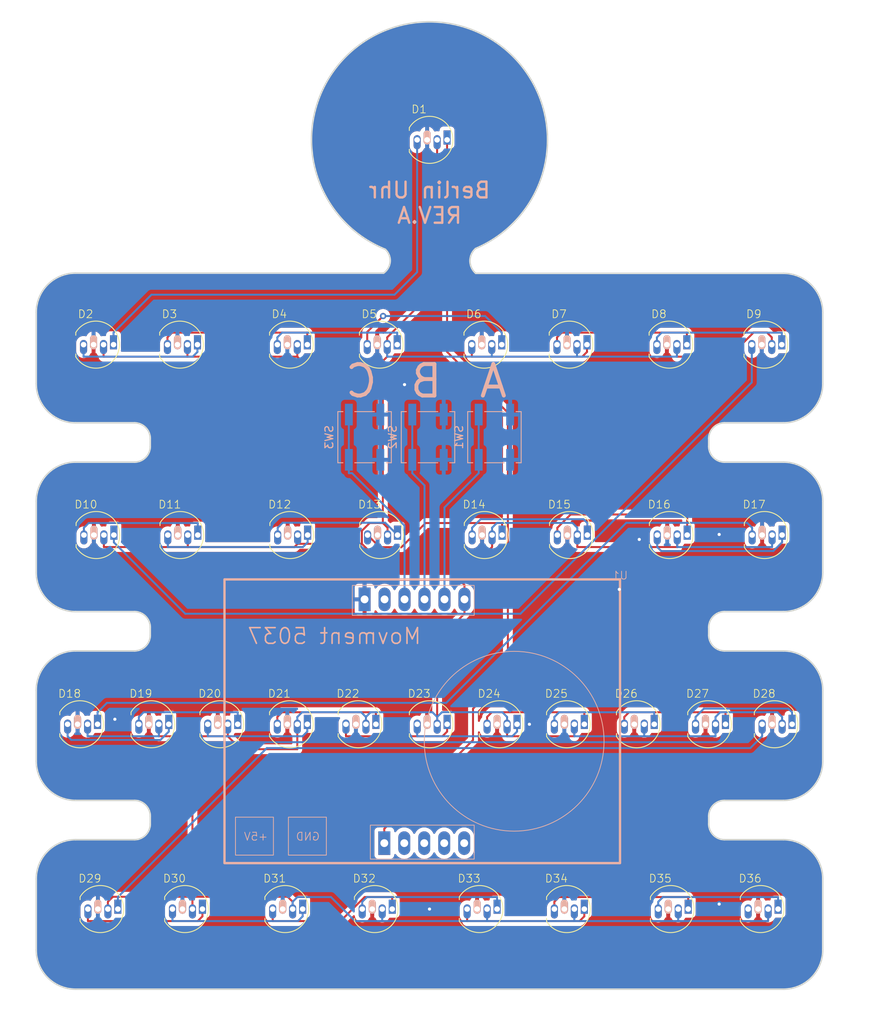
<source format=kicad_pcb>
(kicad_pcb (version 20221018) (generator pcbnew)
  (layers (0 "F.Cu" signal) (31 "B.Cu" signal) (34 "B.Paste" user) (35 "F.Paste" user) (36 "B.SilkS" user "B.Silkscreen") (37 "F.SilkS" user "F.Silkscreen") (38 "B.Mask" user) (39 "F.Mask" user) (44 "Edge.Cuts" user))
  (net 0 "")
  (net 1 "+5V")
  (net 2 "GND")
  (net 3 "Net-(D1-DOut)")
  (net 4 "/LEDD")
  (net 5 "Net-(D2-DOut)")
  (net 6 "Net-(D3-DOut)")
  (net 7 "Net-(D4-DOut)")
  (net 8 "Net-(D5-DOut)")
  (net 9 "Net-(D10-DIn)")
  (net 10 "Net-(D10-DOut)")
  (net 11 "Net-(D11-DOut)")
  (net 12 "Net-(D12-DOut)")
  (net 13 "Net-(D13-DOut)")
  (net 14 "Net-(D15-DOut)")
  (net 15 "Net-(D16-DOut)")
  (net 16 "Net-(D17-DOut)")
  (net 17 "Net-(D18-DOut)")
  (net 18 "Net-(D20-DOut)")
  (net 19 "Net-(D21-DOut)")
  (net 20 "Net-(D22-DOut)")
  (net 21 "Net-(D23-DOut)")
  (net 22 "Net-(D6-DOut)")
  (net 23 "Net-(D7-DOut)")
  (net 24 "Net-(D8-DOut)")
  (net 25 "Net-(D14-DOut)")
  (net 26 "Net-(D19-DOut)")
  (net 30 "Net-(D24-DOut)")
  (net 31 "Net-(D25-DOut)")
  (net 32 "Net-(D27-DOut)")
  (net 33 "Net-(D28-DOut)")
  (net 34 "Net-(D29-DOut)")
  (net 35 "Net-(D30-DOut)")
  (net 36 "Net-(D31-DOut)")
  (net 37 "Net-(D32-DOut)")
  (net 38 "Net-(D33-DOut)")
  (net 39 "Net-(D34-DOut)")
  (net 40 "Net-(D35-DOut)")
  (net 41 "Net-(U1-BTNA)")
  (net 42 "Net-(U1-BTNB)")
  (net 43 "Net-(U1-BTNC)")
  (net 46 "Net-(D26-DOut)")
  (footprint "TokeiDigital:WS2812-5MM" (layer "F.Cu") (at 134.747 92.075)
    (fp_text reference "D10")
    (fp_text value "~" hide)
  )
  (footprint "TokeiDigital:WS2812-5MM" (layer "F.Cu") (at 219.6677 67.87)
    (fp_text reference "D9")
    (fp_text value "~" hide)
  )
  (footprint "TokeiDigital:WS2812-5MM" (layer "F.Cu") (at 170.815 92.075)
    (fp_text reference "D13")
    (fp_text value "~" hide)
  )
  (footprint "TokeiDigital:WS2812-5MM" (layer "F.Cu") (at 150.495 116.13)
    (fp_text reference "D20")
    (fp_text value "~" hide)
  )
  (footprint "TokeiDigital:WS2812-5MM" (layer "F.Cu") (at 159.385 92.075)
    (fp_text reference "D12")
    (fp_text value "~" hide)
  )
  (footprint "TokeiDigital:WS2812-5MM" (layer "F.Cu") (at 194.945 92.075)
    (fp_text reference "D15")
    (fp_text value "~" hide)
  )
  (footprint "TokeiDigital:WS2812-5MM" (layer "F.Cu") (at 184.0653 67.87)
    (fp_text reference "D6")
    (fp_text value "~" hide)
  )
  (footprint "TokeiDigital:WS2812-5MM" (layer "F.Cu") (at 132.6727 116.13)
    (fp_text reference "D18")
    (fp_text value "~" hide)
  )
  (footprint "TokeiDigital:WS2812-5MM" (layer "F.Cu") (at 141.732 116.13)
    (fp_text reference "D19")
    (fp_text value "~" hide)
  )
  (footprint "TokeiDigital:WS2812-5MM" (layer "F.Cu") (at 158.75 139.625)
    (fp_text reference "D31")
    (fp_text value "~" hide)
  )
  (footprint "TokeiDigital:WS2812-5MM" (layer "F.Cu") (at 170.1377 139.625)
    (fp_text reference "D32")
    (fp_text value "~" hide)
  )
  (footprint "TokeiDigital:WS2812-5MM" (layer "F.Cu") (at 207.772 139.625)
    (fp_text reference "D35")
    (fp_text value "~" hide)
  )
  (footprint "TokeiDigital:WS2812-5MM" (layer "F.Cu") (at 177.1227 116.13)
    (fp_text reference "D23")
    (fp_text value "~" hide)
  )
  (footprint "TokeiDigital:WS2812-5MM" (layer "F.Cu") (at 194.564 116.13)
    (fp_text reference "D25")
    (fp_text value "~" hide)
  )
  (footprint "TokeiDigital:WS2812-5MM" (layer "F.Cu") (at 186.0127 116.13)
    (fp_text reference "D24")
    (fp_text value "~" hide)
  )
  (footprint "TokeiDigital:WS2812-5MM" (layer "F.Cu") (at 219.202 139.625)
    (fp_text reference "D36")
    (fp_text value "~" hide)
  )
  (footprint "TokeiDigital:WS2812-5MM" (layer "F.Cu") (at 212.5133 116.13)
    (fp_text reference "D27")
    (fp_text value "~" hide)
  )
  (footprint "TokeiDigital:WS2812-5MM" (layer "F.Cu") (at 159.3427 116.13)
    (fp_text reference "D21")
    (fp_text value "~" hide)
  )
  (footprint "TokeiDigital:WS2812-5MM" (layer "F.Cu") (at 184.1077 92.075)
    (fp_text reference "D14")
    (fp_text value "~" hide)
  )
  (footprint "TokeiDigital:WS2812-5MM" (layer "F.Cu") (at 145.3727 67.87)
    (fp_text reference "D3")
    (fp_text value "~" hide)
  )
  (footprint "TokeiDigital:WS2812-5MM" (layer "F.Cu") (at 207.645 92.075)
    (fp_text reference "D16")
    (fp_text value "~" hide)
  )
  (footprint "TokeiDigital:WS2812-5MM" (layer "F.Cu") (at 220.98 116.13)
    (fp_text reference "D28")
    (fp_text value "~" hide)
  )
  (footprint "TokeiDigital:WS2812-5MM" (layer "F.Cu") (at 194.564 139.625)
    (fp_text reference "D34")
    (fp_text value "~" hide)
  )
  (footprint "TokeiDigital:WS2812-5MM" (layer "F.Cu") (at 194.9027 67.87)
    (fp_text reference "D7")
    (fp_text value "~" hide)
  )
  (footprint "TokeiDigital:WS2812-5MM" (layer "F.Cu") (at 183.4727 139.625)
    (fp_text reference "D33")
    (fp_text value "~" hide)
  )
  (footprint "TokeiDigital:WS2812-5MM" (layer "F.Cu") (at 159.3427 67.87)
    (fp_text reference "D4")
    (fp_text value "~" hide)
  )
  (footprint "TokeiDigital:WS2812-5MM" (layer "F.Cu") (at 219.71 92.075)
    (fp_text reference "D17")
    (fp_text value "~" hide)
  )
  (footprint "TokeiDigital:WS2812-5MM" (layer "F.Cu") (at 203.454 116.13)
    (fp_text reference "D26")
    (fp_text value "~" hide)
  )
  (footprint "TokeiDigital:WS2812-5MM" (layer "F.Cu") (at 177.115 41.835)
    (fp_text reference "D1")
    (fp_text value "~" hide)
  )
  (footprint "TokeiDigital:WS2812-5MM" (layer "F.Cu") (at 145.415 92.075)
    (fp_text reference "D11")
    (fp_text value "~" hide)
  )
  (footprint "TokeiDigital:WS2812-5MM" (layer "F.Cu") (at 134.7047 67.87)
    (fp_text reference "D2")
    (fp_text value "~" hide)
  )
  (footprint "TokeiDigital:WS2812-5MM" (layer "F.Cu") (at 135.255 139.625)
    (fp_text reference "D29")
    (fp_text value "~" hide)
  )
  (footprint "TokeiDigital:WS2812-5MM" (layer "F.Cu") (at 207.6027 67.87)
    (fp_text reference "D8")
    (fp_text value "~" hide)
  )
  (footprint "TokeiDigital:WS2812-5MM" (layer "F.Cu") (at 168.0633 116.13)
    (fp_text reference "D22")
    (fp_text value "~" hide)
  )
  (footprint "TokeiDigital:WS2812-5MM" (layer "F.Cu") (at 170.7727 67.87)
    (fp_text reference "D5")
    (fp_text value "~" hide)
  )
  (footprint "TokeiDigital:WS2812-5MM" (layer "F.Cu") (at 146.0077 139.625)
    (fp_text reference "D30")
    (fp_text value "~" hide)
  )
  (footprint "TokeiDigital:Tactile SW SMD" (layer "B.Cu") (at 176.975 79.71 -90)
    (fp_text reference "SW2")
    (fp_text value "SW_Push")
  )
  (footprint "TokeiDigital:Tactile SW SMD" (layer "B.Cu") (at 168.91 79.71 -90)
    (fp_text reference "SW3")
    (fp_text value "SW_Push")
  )
  (footprint "TokeiDigital:Movement5037 TH" (layer "B.Cu") (at 201.39 97.79 180)
    (fp_text reference "U1")
    (fp_text value "~")
  )
  (footprint "TokeiDigital:Tactile SW SMD" (layer "B.Cu") (at 185.42 79.71 -90)
    (fp_text reference "SW1")
    (fp_text value "SW_Push")
  )
  (gr_arc locked (start 127.164999 135.882482) (mid 128.629465 132.346948) (end 132.164999 130.882482) (stroke (width 0.2)) (layer "Edge.Cuts"))
  (gr_line locked (start 141.664999 104.882482) (end 141.664999 103.882482) (stroke (width 0.2)) (layer "Edge.Cuts"))
  (gr_arc locked (start 222.164999 106.882482) (mid 225.700533 108.346948) (end 227.164999 111.882482) (stroke (width 0.2)) (layer "Edge.Cuts"))
  (gr_arc locked (start 212.664999 127.882482) (mid 213.250785 126.468268) (end 214.664999 125.882482) (stroke (width 0.2)) (layer "Edge.Cuts"))
  (gr_line locked (start 214.664999 101.882482) (end 222.164999 101.882482) (stroke (width 0.2)) (layer "Edge.Cuts"))
  (gr_line locked (start 139.664999 130.882482) (end 132.164999 130.882482) (stroke (width 0.2)) (layer "Edge.Cuts"))
  (gr_line locked (start 132.164999 149.882482) (end 222.164999 149.882482) (stroke (width 0.2)) (layer "Edge.Cuts"))
  (gr_arc locked (start 212.664999 103.882482) (mid 213.250785 102.468268) (end 214.664999 101.882482) (stroke (width 0.2)) (layer "Edge.Cuts"))
  (gr_arc locked (start 132.164999 149.882482) (mid 128.629465 148.418016) (end 127.164999 144.882482) (stroke (width 0.2)) (layer "Edge.Cuts"))
  (gr_line locked (start 132.164999 77.882482) (end 139.664999 77.882482) (stroke (width 0.2)) (layer "Edge.Cuts"))
  (gr_line locked (start 139.664999 82.882482) (end 132.164999 82.882482) (stroke (width 0.2)) (layer "Edge.Cuts"))
  (gr_arc locked (start 127.164999 87.882482) (mid 128.629465 84.346948) (end 132.164999 82.882482) (stroke (width 0.2)) (layer "Edge.Cuts"))
  (gr_arc locked (start 222.164999 58.882482) (mid 225.700533 60.346948) (end 227.164999 63.882482) (stroke (width 0.2)) (layer "Edge.Cuts"))
  (gr_line locked (start 141.664999 128.882482) (end 141.664999 127.882482) (stroke (width 0.2)) (layer "Edge.Cuts"))
  (gr_arc locked (start 127.164999 111.882482) (mid 128.629465 108.346948) (end 132.164999 106.882482) (stroke (width 0.2)) (layer "Edge.Cuts"))
  (gr_arc locked (start 214.664999 82.882482) (mid 213.250785 82.296696) (end 212.664999 80.882482) (stroke (width 0.2)) (layer "Edge.Cuts"))
  (gr_arc locked (start 132.164999 101.882482) (mid 128.629465 100.418016) (end 127.164999 96.882482) (stroke (width 0.2)) (layer "Edge.Cuts"))
  (gr_arc locked (start 227.164999 120.882482) (mid 225.700533 124.418016) (end 222.164999 125.882482) (stroke (width 0.2)) (layer "Edge.Cuts"))
  (gr_arc locked (start 139.664999 101.882482) (mid 141.079213 102.468268) (end 141.664999 103.882482) (stroke (width 0.2)) (layer "Edge.Cuts"))
  (gr_line locked (start 227.164999 144.882482) (end 227.164999 135.882482) (stroke (width 0.2)) (layer "Edge.Cuts"))
  (gr_arc locked (start 214.664999 130.882482) (mid 213.250785 130.296696) (end 212.664999 128.882482) (stroke (width 0.2)) (layer "Edge.Cuts"))
  (gr_line locked (start 141.664999 80.882482) (end 141.664999 79.882482) (stroke (width 0.2)) (layer "Edge.Cuts"))
  (gr_line locked (start 227.164999 72.882482) (end 227.164999 63.882482) (stroke (width 0.2)) (layer "Edge.Cuts"))
  (gr_arc locked (start 171.546014 55.817804) (mid 172.16994 57.382949) (end 171.342187 58.850527) (stroke (width 0.2)) (layer "Edge.Cuts"))
  (gr_line locked (start 227.164999 120.882482) (end 227.164999 111.882482) (stroke (width 0.2)) (layer "Edge.Cuts"))
  (gr_line locked (start 139.664999 106.882482) (end 132.164999 106.882482) (stroke (width 0.2)) (layer "Edge.Cuts"))
  (gr_arc locked (start 171.546014 55.817804) (mid 177.041475 26.910508) (end 183.012277 55.723376) (stroke (width 0.2)) (layer "Edge.Cuts"))
  (gr_line locked (start 132.164999 125.882482) (end 139.664999 125.882482) (stroke (width 0.2)) (layer "Edge.Cuts"))
  (gr_arc locked (start 127.164999 63.850527) (mid 128.629465 60.314993) (end 132.164999 58.850527) (stroke (width 0.2)) (layer "Edge.Cuts"))
  (gr_arc locked (start 227.164999 144.882482) (mid 225.700533 148.418016) (end 222.164999 149.882482) (stroke (width 0.2)) (layer "Edge.Cuts"))
  (gr_line locked (start 171.342187 58.850527) (end 132.164999 58.850527) (stroke (width 0.2)) (layer "Edge.Cuts"))
  (gr_arc locked (start 139.664999 125.882482) (mid 141.079213 126.468268) (end 141.664999 127.882482) (stroke (width 0.2)) (layer "Edge.Cuts"))
  (gr_arc locked (start 222.164999 130.882482) (mid 225.700533 132.346948) (end 227.164999 135.882482) (stroke (width 0.2)) (layer "Edge.Cuts"))
  (gr_line locked (start 222.164999 106.882482) (end 214.664999 106.882482) (stroke (width 0.2)) (layer "Edge.Cuts"))
  (gr_line locked (start 212.664999 104.882482) (end 212.664999 103.882482) (stroke (width 0.2)) (layer "Edge.Cuts"))
  (gr_arc locked (start 132.164999 125.882482) (mid 128.629465 124.418016) (end 127.164999 120.882482) (stroke (width 0.2)) (layer "Edge.Cuts"))
  (gr_line locked (start 222.164999 58.882482) (end 183.034255 58.882482) (stroke (width 0.2)) (layer "Edge.Cuts"))
  (gr_arc locked (start 183.034255 58.882482) (mid 182.306842 57.307913) (end 183.012277 55.723376) (stroke (width 0.2)) (layer "Edge.Cuts"))
  (gr_line locked (start 127.164999 111.882482) (end 127.164999 120.882482) (stroke (width 0.2)) (layer "Edge.Cuts"))
  (gr_line locked (start 222.164999 82.882482) (end 214.664999 82.882482) (stroke (width 0.2)) (layer "Edge.Cuts"))
  (gr_line locked (start 132.164999 101.882482) (end 139.664999 101.882482) (stroke (width 0.2)) (layer "Edge.Cuts"))
  (gr_line locked (start 212.664999 80.882482) (end 212.664999 79.882482) (stroke (width 0.2)) (layer "Edge.Cuts"))
  (gr_arc locked (start 214.664999 106.882482) (mid 213.250785 106.296696) (end 212.664999 104.882482) (stroke (width 0.2)) (layer "Edge.Cuts"))
  (gr_line locked (start 212.664999 128.882482) (end 212.664999 127.882482) (stroke (width 0.2)) (layer "Edge.Cuts"))
  (gr_arc locked (start 141.664999 80.882482) (mid 141.079213 82.296696) (end 139.664999 82.882482) (stroke (width 0.2)) (layer "Edge.Cuts"))
  (gr_arc locked (start 227.164999 96.882482) (mid 225.700533 100.418016) (end 222.164999 101.882482) (stroke (width 0.2)) (layer "Edge.Cuts"))
  (gr_arc locked (start 132.164999 77.882482) (mid 128.629465 76.418016) (end 127.164999 72.882482) (stroke (width 0.2)) (layer "Edge.Cuts"))
  (gr_arc locked (start 141.664999 104.882482) (mid 141.079213 106.296696) (end 139.664999 106.882482) (stroke (width 0.2)) (layer "Edge.Cuts"))
  (gr_line locked (start 214.664999 77.882482) (end 222.164999 77.882482) (stroke (width 0.2)) (layer "Edge.Cuts"))
  (gr_line locked (start 127.164999 63.850527) (end 127.164999 72.882482) (stroke (width 0.2)) (layer "Edge.Cuts"))
  (gr_line locked (start 227.164999 96.882482) (end 227.164999 87.882482) (stroke (width 0.2)) (layer "Edge.Cuts"))
  (gr_line locked (start 214.664999 125.882482) (end 222.164999 125.882482) (stroke (width 0.2)) (layer "Edge.Cuts"))
  (gr_arc locked (start 141.664999 128.882482) (mid 141.079213 130.296696) (end 139.664999 130.882482) (stroke (width 0.2)) (layer "Edge.Cuts"))
  (gr_arc locked (start 139.664999 77.882482) (mid 141.079213 78.468268) (end 141.664999 79.882482) (stroke (width 0.2)) (layer "Edge.Cuts"))
  (gr_line locked (start 222.164999 130.882482) (end 214.664999 130.882482) (stroke (width 0.2)) (layer "Edge.Cuts"))
  (gr_arc locked (start 212.664999 79.882482) (mid 213.250785 78.468268) (end 214.664999 77.882482) (stroke (width 0.2)) (layer "Edge.Cuts"))
  (gr_line locked (start 127.164999 87.882482) (end 127.164999 96.882482) (stroke (width 0.2)) (layer "Edge.Cuts"))
  (gr_arc locked (start 222.164999 82.882482) (mid 225.700533 84.346948) (end 227.164999 87.882482) (stroke (width 0.2)) (layer "Edge.Cuts"))
  (gr_arc locked (start 227.164999 72.882482) (mid 225.700533 76.418016) (end 222.164999 77.882482) (stroke (width 0.2)) (layer "Edge.Cuts"))
  (gr_line locked (start 127.164999 135.882482) (end 127.164999 144.882482) (stroke (width 0.2)) (layer "Edge.Cuts"))
  (gr_text "C" (at 170.815 74.93) (layer "B.SilkS") (effects (font (size 4 4) (thickness 0.5)) (justify left bottom mirror)))
  (gr_text "Berlin Uhr\nREV.A" (at 177.165 52.705) (layer "B.SilkS") (effects (font (size 2 2) (thickness 0.3)) (justify bottom mirror)))
  (gr_text "A" (at 187.325 74.93) (layer "B.SilkS") (effects (font (size 4 4) (thickness 0.5)) (justify left bottom mirror)))
  (gr_text "B" (at 179.07 74.93) (layer "B.SilkS") (effects (font (size 4 4) (thickness 0.5)) (justify left bottom mirror)))
  (segment (start 146.431 92.15) (end 146.431 93.6769) (width 0.25) (layer "F.Cu") (net 1))
  (segment (start 168.5641 91.6142) (end 169.5552 90.6231) (width 0.25) (layer "F.Cu") (net 1))
  (segment (start 168.5641 93.2635) (end 168.5641 91.6142) (width 0.25) (layer "F.Cu") (net 1))
  (segment (start 160.3587 69.4719) (end 146.3887 69.4719) (width 0.25) (layer "F.Cu") (net 1))
  (segment (start 195.58 116.205) (end 195.58 117.7319) (width 0.25) (layer "F.Cu") (net 1))
  (segment (start 178.1387 105.6282) (end 178.1387 116.205) (width 0.25) (layer "F.Cu") (net 1))
  (segment (start 171.831 92.15) (end 171.831 91.2231) (width 0.25) (layer "F.Cu") (net 1))
  (segment (start 208.661 92.15) (end 208.661 93.6769) (width 0.25) (layer "F.Cu") (net 1))
  (segment (start 136.271 139.7) (end 136.271 138.7731) (width 0.25) (layer "F.Cu") (net 1))
  (segment (start 142.748 117.7319) (end 147.0237 117.7319) (width 0.25) (layer "F.Cu") (net 1))
  (segment (start 195.961 92.15) (end 195.961 93.6769) (width 0.25) (layer "F.Cu") (net 1))
  (segment (start 146.3887 67.945) (end 146.3887 69.4704) (width 0.25) (layer "F.Cu") (net 1))
  (segment (start 171.231 70.0296) (end 171.7887 69.4719) (width 0.25) (layer "F.Cu") (net 1))
  (segment (start 147.0237 138.1361) (end 147.0237 139.7) (width 0.25) (layer "F.Cu") (net 1))
  (segment (start 171.7887 67.945) (end 171.7887 67.0181) (width 0.25) (layer "F.Cu") (net 1))
  (segment (start 178.131 60.6758) (end 178.131 41.91) (width 0.25) (layer "F.Cu") (net 1))
  (segment (start 171.7887 67.945) (end 171.7887 69.4719) (width 0.25) (layer "F.Cu") (net 1))
  (segment (start 181.61 100.6214) (end 181.61 100.33) (width 0.25) (layer "F.Cu") (net 1))
  (segment (start 171.231 90.6231) (end 171.831 91.2231) (width 0.25) (layer "F.Cu") (net 1))
  (segment (start 195.961 93.6769) (end 208.661 93.6769) (width 0.25) (layer "F.Cu") (net 1))
  (segment (start 215.3015 69.4719) (end 218.3834 66.39) (width 0.25) (layer "F.Cu") (net 1))
  (segment (start 160.401 92.15) (end 160.401 93.2635) (width 0.25) (layer "F.Cu") (net 1))
  (segment (start 135.763 92.15) (end 135.763 93.6769) (width 0.25) (layer "F.Cu") (net 1))
  (segment (start 195.58 117.7319) (end 187.0287 117.7319) (width 0.25) (layer "F.Cu") (net 1))
  (segment (start 147.0237 138.1361) (end 136.908 138.1361) (width 0.25) (layer "F.Cu") (net 1))
  (segment (start 169.5552 90.6231) (end 171.231 90.6231) (width 0.25) (layer "F.Cu") (net 1))
  (segment (start 159.9876 93.6769) (end 146.431 93.6769) (width 0.25) (layer "F.Cu") (net 1))
  (segment (start 180.9538 97.8468) (end 180.9537 97.8469) (width 0.25) (layer "F.Cu") (net 1))
  (segment (start 181.61 100.33) (end 181.61 98.5031) (width 0.25) (layer "F.Cu") (net 1))
  (segment (start 136.908 138.1361) (end 136.271 138.7731) (width 0.25) (layer "F.Cu") (net 1))
  (segment (start 181.61 100.6214) (end 181.61 102.1569) (width 0.25) (layer "F.Cu") (net 1))
  (segment (start 208.6187 69.4719) (end 215.3015 69.4719) (width 0.25) (layer "F.Cu") (net 1))
  (segment (start 220.6837 67.945) (end 220.6837 67.0181) (width 0.25) (layer "F.Cu") (net 1))
  (segment (start 180.9537 97.8469) (end 173.1475 97.8469) (width 0.25) (layer "F.Cu") (net 1))
  (segment (start 187.0287 116.205) (end 187.0287 117.7319) (width 0.25) (layer "F.Cu") (net 1))
  (segment (start 160.3587 67.945) (end 160.3587 69.4719) (width 0.25) (layer "F.Cu") (net 1))
  (segment (start 173.1475 97.8469) (end 168.5641 93.2635) (width 0.25) (layer "F.Cu") (net 1))
  (segment (start 159.129 138.1361) (end 159.766 138.7731) (width 0.25) (layer "F.Cu") (net 1))
  (segment (start 147.0237 117.7319) (end 147.0237 138.1361) (width 0.25) (layer "F.Cu") (net 1))
  (segment (start 147.0237 117.7319) (end 151.511 117.7319) (width 0.25) (layer "F.Cu") (net 1))
  (segment (start 208.6187 67.945) (end 208.6187 69.4719) (width 0.25) (layer "F.Cu") (net 1))
  (segment (start 146.3872 69.4719) (end 146.3887 69.4704) (width 0.25) (layer "F.Cu") (net 1))
  (segment (start 171.231 70.0296) (end 160.9164 70.0296) (width 0.25) (layer "F.Cu") (net 1))
  (segment (start 151.511 117.7319) (end 153.1591 119.38) (width 0.25) (layer "F.Cu") (net 1))
  (segment (start 181.61 98.5031) (end 180.9538 97.8468) (width 0.25) (layer "F.Cu") (net 1))
  (segment (start 153.1591 119.38) (end 160.3587 119.38) (width 0.25) (layer "F.Cu") (net 1))
  (segment (start 146.3887 69.4704) (end 146.3887 69.4719) (width 0.25) (layer "F.Cu") (net 1))
  (segment (start 135.7207 69.4719) (end 146.3872 69.4719) (width 0.25) (layer "F.Cu") (net 1))
  (segment (start 185.1237 93.6769) (end 180.9538 97.8468) (width 0.25) (layer "F.Cu") (net 1))
  (segment (start 146.431 93.6769) (end 135.763 93.6769) (width 0.25) (layer "F.Cu") (net 1))
  (segment (start 159.766 139.7) (end 159.766 138.7731) (width 0.25) (layer "F.Cu") (net 1))
  (segment (start 181.61 102.1569) (end 178.1387 105.6282) (width 0.25) (layer "F.Cu") (net 1))
  (segment (start 142.748 116.205) (end 142.748 117.7319) (width 0.25) (layer "F.Cu") (net 1))
  (segment (start 160.401 93.2635) (end 159.9876 93.6769) (width 0.25) (layer "F.Cu") (net 1))
  (segment (start 220.0556 66.39) (end 220.6837 67.0181) (width 0.25) (layer "F.Cu") (net 1))
  (segment (start 218.3834 66.39) (end 220.0556 66.39) (width 0.25) (layer "F.Cu") (net 1))
  (segment (start 135.7207 67.945) (end 135.7207 69.4719) (width 0.25) (layer "F.Cu") (net 1))
  (segment (start 171.7887 67.0181) (end 178.131 60.6758) (width 0.25) (layer "F.Cu") (net 1))
  (segment (start 160.401 93.2635) (end 168.5641 93.2635) (width 0.25) (layer "F.Cu") (net 1))
  (segment (start 171.231 90.6231) (end 171.231 70.0296) (width 0.25) (layer "F.Cu") (net 1))
  (segment (start 160.9164 70.0296) (end 160.3587 69.4719) (width 0.25) (layer "F.Cu") (net 1))
  (segment (start 151.511 116.205) (end 151.511 117.7319) (width 0.25) (layer "F.Cu") (net 1))
  (segment (start 160.3587 119.38) (end 160.3587 116.205) (width 0.25) (layer "F.Cu") (net 1))
  (segment (start 147.0237 138.1361) (end 159.129 138.1361) (width 0.25) (layer "F.Cu") (net 1))
  (segment (start 185.1237 92.15) (end 185.1237 93.6769) (width 0.25) (layer "F.Cu") (net 1))
  (segment (start 220.218 139.7) (end 220.218 141.2269) (width 0.25) (layer "B.Cu") (net 1))
  (segment (start 142.748 117.7319) (end 133.6887 117.7319) (width 0.25) (layer "B.Cu") (net 1))
  (segment (start 213.5293 117.7319) (end 204.47 117.7319) (width 0.25) (layer "B.Cu") (net 1))
  (segment (start 178.1387 115.2781) (end 177.5387 114.6781) (width 0.25) (layer "B.Cu") (net 1))
  (segment (start 221.996 115.2781) (end 221.396 114.6781) (width 0.25) (layer "B.Cu") (net 1))
  (segment (start 178.1387 115.2781) (end 178.7461 114.6707) (width 0.25) (layer "B.Cu") (net 1))
  (segment (start 195.58 139.7) (end 195.58 141.2269) (width 0.25) (layer "B.Cu") (net 1))
  (segment (start 178.1387 116.205) (end 178.1387 115.2781) (width 0.25) (layer "B.Cu") (net 1))
  (segment (start 208.6187 67.945) (end 208.6187 69.4719) (width 0.25) (layer "B.Cu") (net 1))
  (segment (start 178.7461 114.6707) (end 186.4213 114.6707) (width 0.25) (layer "B.Cu") (net 1))
  (segment (start 208.661 93.6769) (end 220.726 93.6769) (width 0.25) (layer "B.Cu") (net 1))
  (segment (start 169.6793 114.6781) (end 169.0793 115.2781) (width 0.25) (layer "B.Cu") (net 1))
  (segment (start 159.766 138.7731) (end 160.366 138.1731) (width 0.25) (layer "B.Cu") (net 1))
  (segment (start 195.3449 90.607) (end 195.961 91.2231) (width 0.25) (layer "B.Cu") (net 1))
  (segment (start 221.396 114.6781) (end 214.1293 114.6781) (width 0.25) (layer "B.Cu") (net 1))
  (segment (start 142.748 116.205) (end 142.748 117.7319) (width 0.25) (layer "B.Cu") (net 1))
  (segment (start 195.9187 67.945) (end 195.9187 69.4719) (width 0.25) (layer "B.Cu") (net 1))
  (segment (start 164.6321 138.1731) (end 167.6859 141.2269) (width 0.25) (layer "B.Cu") (net 1))
  (segment (start 160.3587 116.205) (end 160.3587 115.2781) (width 0.25) (layer "B.Cu") (net 1))
  (segment (start 171.7887 67.945) (end 171.7887 69.4719) (width 0.25) (layer "B.Cu") (net 1))
  (segment (start 185.1237 92.15) (end 185.1237 91.2231) (width 0.25) (layer "B.Cu") (net 1))
  (segment (start 160.9658 114.671) (end 168.4722 114.671) (width 0.25) (layer "B.Cu") (net 1))
  (segment (start 184.4887 141.1135) (end 184.4887 141.2254) (width 0.25) (layer "B.Cu") (net 1))
  (segment (start 185.1237 91.2231) (end 185.7398 90.607) (width 0.25) (layer "B.Cu") (net 1))
  (segment (start 195.58 116.205) (end 195.58 117.7319) (width 0.25) (layer "B.Cu") (net 1))
  (segment (start 184.4887 139.7) (end 184.4887 141.1135) (width 0.25) (layer "B.Cu") (net 1))
  (segment (start 185.7398 90.607) (end 195.3449 90.607) (width 0.25) (layer "B.Cu") (net 1))
  (segment (start 184.4879 141.2269) (end 171.1537 141.2269) (width 0.25) (layer "B.Cu") (net 1))
  (segment (start 208.788 139.7) (end 208.788 141.2269) (width 0.25) (layer "B.Cu") (net 1))
  (segment (start 204.47 117.7319) (end 195.58 117.7319) (width 0.25) (layer "B.Cu") (net 1))
  (segment (start 184.4887 141.2261) (end 184.4895 141.2269) (width 0.25) (layer "B.Cu") (net 1))
  (segment (start 168.4722 114.671) (end 169.0793 115.2781) (width 0.25) (layer "B.Cu") (net 1))
  (segment (start 169.0793 116.205) (end 169.0793 115.2781) (width 0.25) (layer "B.Cu") (net 1))
  (segment (start 221.996 116.205) (end 221.996 115.2781) (width 0.25) (layer "B.Cu") (net 1))
  (segment (start 187.0287 116.205) (end 187.0287 115.2781) (width 0.25) (layer "B.Cu") (net 1))
  (segment (start 204.47 116.205) (end 204.47 117.7319) (width 0.25) (layer "B.Cu") (net 1))
  (segment (start 214.1293 114.6781) (end 213.5293 115.2781) (width 0.25) (layer "B.Cu") (net 1))
  (segment (start 220.218 141.2269) (end 208.788 141.2269) (width 0.25) (layer "B.Cu") (net 1))
  (segment (start 195.58 141.2269) (end 208.788 141.2269) (width 0.25) (layer "B.Cu") (net 1))
  (segment (start 213.5293 116.205) (end 213.5293 117.7319) (width 0.25) (layer "B.Cu") (net 1))
  (segment (start 184.4887 141.2254) (end 184.4887 141.2261) (width 0.25) (layer "B.Cu") (net 1))
  (segment (start 167.6859 141.2269) (end 171.1537 141.2269) (width 0.25) (layer "B.Cu") (net 1))
  (segment (start 195.9187 69.4719) (end 185.0813 69.4719) (width 0.25) (layer "B.Cu") (net 1))
  (segment (start 171.1537 139.7) (end 171.1537 141.2269) (width 0.25) (layer "B.Cu") (net 1))
  (segment (start 213.5293 116.0236) (end 213.5293 115.2781) (width 0.25) (layer "B.Cu") (net 1))
  (segment (start 160.3587 115.2781) (end 160.9658 114.671) (width 0.25) (layer "B.Cu") (net 1))
  (segment (start 184.4887 141.2261) (end 184.4879 141.2269) (width 0.25) (layer "B.Cu") (net 1))
  (segment (start 220.726 92.15) (end 220.726 93.6769) (width 0.25) (layer "B.Cu") (net 1))
  (segment (start 213.5293 116.0236) (end 213.5293 116.205) (width 0.25) (layer "B.Cu") (net 1))
  (segment (start 159.766 139.7) (end 159.766 138.7731) (width 0.25) (layer "B.Cu") (net 1))
  (segment (start 133.6887 116.205) (end 133.6887 117.7319) (width 0.25) (layer "B.Cu") (net 1))
  (segment (start 186.4213 114.6707) (end 187.0287 115.2781) (width 0.25) (layer "B.Cu") (net 1))
  (segment (start 177.5387 114.6781) (end 169.6793 114.6781) (width 0.25) (layer "B.Cu") (net 1))
  (segment (start 208.6187 69.4719) (end 195.9187 69.4719) (width 0.25) (layer "B.Cu") (net 1))
  (segment (start 185.0813 69.4719) (end 171.7887 69.4719) (width 0.25) (layer "B.Cu") (net 1))
  (segment (start 195.961 92.15) (end 195.961 91.2231) (width 0.25) (layer "B.Cu") (net 1))
  (segment (start 185.0813 67.945) (end 185.0813 69.4719) (width 0.25) (layer "B.Cu") (net 1))
  (segment (start 184.4895 141.2269) (end 195.58 141.2269) (width 0.25) (layer "B.Cu") (net 1))
  (segment (start 160.366 138.1731) (end 164.6321 138.1731) (width 0.25) (layer "B.Cu") (net 1))
  (segment (start 208.661 92.15) (end 208.661 93.6769) (width 0.25) (layer "B.Cu") (net 1))
  (via (at 173.99 73.025) (size 0.8) (drill 0.4) (layers "F.Cu" "B.Cu") (net 2))
  (via (at 213.995 139.065) (size 0.8) (drill 0.4) (layers "F.Cu" "B.Cu") (net 2))
  (via (at 203.835 92.71) (size 0.8) (drill 0.4) (layers "F.Cu" "B.Cu") (net 2))
  (via (at 177.165 139.7) (size 0.8) (drill 0.4) (layers "F.Cu" "B.Cu") (net 2))
  (via (at 213.995 92.075) (size 0.8) (drill 0.4) (layers "F.Cu" "B.Cu") (net 2))
  (via (at 189.865 116.205) (size 0.8) (drill 0.4) (layers "F.Cu" "B.Cu") (net 2))
  (via (at 201.295 99.06) (size 0.8) (drill 0.4) (layers "F.Cu" "B.Cu") (net 2))
  (via (at 137.16 115.57) (size 0.8) (drill 0.4) (layers "F.Cu" "B.Cu") (net 2))
  (segment (start 136.9907 66.4181) (end 141.8138 61.595) (width 0.25) (layer "B.Cu") (net 3))
  (segment (start 172.72 61.595) (end 175.591 58.724) (width 0.25) (layer "B.Cu") (net 3))
  (segment (start 141.8138 61.595) (end 172.72 61.595) (width 0.25) (layer "B.Cu") (net 3))
  (segment (start 136.9907 67.945) (end 136.9907 66.4181) (width 0.25) (layer "B.Cu") (net 3))
  (segment (start 175.591 58.724) (end 175.591 41.91) (width 0.25) (layer "B.Cu") (net 3))
  (segment (start 171.418 129.4911) (end 182.6974 118.2117) (width 0.25) (layer "F.Cu") (net 4))
  (segment (start 182.6974 114.2277) (end 187.129 109.7961) (width 0.25) (layer "F.Cu") (net 4))
  (segment (start 182.6974 118.2117) (end 182.6974 114.2277) (width 0.25) (layer "F.Cu") (net 4))
  (segment (start 187.129 109.7961) (end 187.129 76.59) (width 0.25) (layer "F.Cu") (net 4))
  (segment (start 179.401 68.862) (end 179.401 41.91) (width 0.25) (layer "F.Cu") (net 4))
  (segment (start 171.418 131.318) (end 171.418 129.4911) (width 0.25) (layer "F.Cu") (net 4))
  (segment (start 187.129 76.59) (end 179.401 68.862) (width 0.25) (layer "F.Cu") (net 4))
  (segment (start 133.1807 69.4719) (end 147.0587 69.4719) (width 0.25) (layer "B.Cu") (net 5))
  (segment (start 147.0587 69.4719) (end 147.6587 68.8719) (width 0.25) (layer "B.Cu") (net 5))
  (segment (start 147.6587 67.945) (end 147.6587 68.8719) (width 0.25) (layer "B.Cu") (net 5))
  (segment (start 133.1807 67.945) (end 133.1807 69.4719) (width 0.25) (layer "B.Cu") (net 5))
  (segment (start 161.6287 66.4181) (end 144.4487 66.4181) (width 0.25) (layer "F.Cu") (net 6))
  (segment (start 144.4487 66.4181) (end 143.8487 67.0181) (width 0.25) (layer "F.Cu") (net 6))
  (segment (start 161.6287 67.945) (end 161.6287 66.4181) (width 0.25) (layer "F.Cu") (net 6))
  (segment (start 143.8487 67.945) (end 143.8487 67.0181) (width 0.25) (layer "F.Cu") (net 6))
  (segment (start 158.4187 66.4181) (end 157.8187 67.0181) (width 0.25) (layer "B.Cu") (net 7))
  (segment (start 157.8187 67.945) (end 157.8187 67.0181) (width 0.25) (layer "B.Cu") (net 7))
  (segment (start 173.0587 67.945) (end 173.0587 66.4181) (width 0.25) (layer "B.Cu") (net 7))
  (segment (start 173.0587 66.4181) (end 158.4187 66.4181) (width 0.25) (layer "B.Cu") (net 7))
  (segment (start 169.2487 67.945) (end 169.2487 66.3237) (width 0.25) (layer "F.Cu") (net 8))
  (segment (start 169.2487 66.3237) (end 171.263 64.3094) (width 0.25) (layer "F.Cu") (net 8))
  (via (at 171.263 64.3094) (size 0.8) (drill 0.4) (layers "F.Cu" "B.Cu") (net 8))
  (segment (start 184.2426 64.3094) (end 186.3513 66.4181) (width 0.25) (layer "B.Cu") (net 8))
  (segment (start 186.3513 67.945) (end 186.3513 66.4181) (width 0.25) (layer "B.Cu") (net 8))
  (segment (start 171.263 64.3094) (end 184.2426 64.3094) (width 0.25) (layer "B.Cu") (net 8))
  (segment (start 218.1437 67.945) (end 218.1437 72.7436) (width 0.25) (layer "B.Cu") (net 9))
  (segment (start 137.033 92.15) (end 137.033 93.0769) (width 0.25) (layer "B.Cu") (net 9))
  (segment (start 188.7304 102.1569) (end 146.113 102.1569) (width 0.25) (layer "B.Cu") (net 9))
  (segment (start 146.113 102.1569) (end 137.033 93.0769) (width 0.25) (layer "B.Cu") (net 9))
  (segment (start 218.1437 72.7436) (end 188.7304 102.1569) (width 0.25) (layer "B.Cu") (net 9))
  (segment (start 133.823 90.6231) (end 133.223 91.2231) (width 0.25) (layer "B.Cu") (net 10))
  (segment (start 147.701 90.6231) (end 133.823 90.6231) (width 0.25) (layer "B.Cu") (net 10))
  (segment (start 147.701 92.15) (end 147.701 90.6231) (width 0.25) (layer "B.Cu") (net 10))
  (segment (start 133.223 92.15) (end 133.223 91.2231) (width 0.25) (layer "B.Cu") (net 10))
  (segment (start 143.891 93.6769) (end 161.071 93.6769) (width 0.25) (layer "B.Cu") (net 11))
  (segment (start 161.671 92.15) (end 161.671 93.0769) (width 0.25) (layer "B.Cu") (net 11))
  (segment (start 161.071 93.6769) (end 161.671 93.0769) (width 0.25) (layer "B.Cu") (net 11))
  (segment (start 143.891 92.15) (end 143.891 93.6769) (width 0.25) (layer "B.Cu") (net 11))
  (segment (start 157.861 92.15) (end 157.861 91.2231) (width 0.25) (layer "B.Cu") (net 12))
  (segment (start 171.536 90.585) (end 173.101 92.15) (width 0.25) (layer "B.Cu") (net 12))
  (segment (start 157.861 91.2231) (end 158.4991 90.585) (width 0.25) (layer "B.Cu") (net 12))
  (segment (start 158.4991 90.585) (end 171.536 90.585) (width 0.25) (layer "B.Cu") (net 12))
  (segment (start 176.6686 90.6231) (end 173.5978 93.6939) (width 0.25) (layer "F.Cu") (net 13))
  (segment (start 173.5978 93.6939) (end 170.8349 93.6939) (width 0.25) (layer "F.Cu") (net 13))
  (segment (start 186.3937 92.15) (end 186.3937 90.6231) (width 0.25) (layer "F.Cu") (net 13))
  (segment (start 186.3937 90.6231) (end 176.6686 90.6231) (width 0.25) (layer "F.Cu") (net 13))
  (segment (start 170.8349 93.6939) (end 169.291 92.15) (width 0.25) (layer "F.Cu") (net 13))
  (segment (start 209.931 92.15) (end 209.931 89.535) (width 0.25) (layer "F.Cu") (net 14))
  (segment (start 195.1091 89.535) (end 193.421 91.2231) (width 0.25) (layer "F.Cu") (net 14))
  (segment (start 193.421 91.2231) (end 193.421 92.15) (width 0.25) (layer "F.Cu") (net 14))
  (segment (start 209.931 89.535) (end 195.1091 89.535) (width 0.25) (layer "F.Cu") (net 14))
  (segment (start 206.6282 94.1841) (end 220.8888 94.1841) (width 0.25) (layer "B.Cu") (net 15))
  (segment (start 206.121 93.6769) (end 206.6282 94.1841) (width 0.25) (layer "B.Cu") (net 15))
  (segment (start 206.121 92.15) (end 206.121 93.6769) (width 0.25) (layer "B.Cu") (net 15))
  (segment (start 221.996 92.15) (end 221.996 93.0769) (width 0.25) (layer "B.Cu") (net 15))
  (segment (start 220.8888 94.1841) (end 221.996 93.0769) (width 0.25) (layer "B.Cu") (net 15))
  (segment (start 134.9587 116.205) (end 134.9587 114.6781) (width 0.25) (layer "B.Cu") (net 16))
  (segment (start 136.1531 113.4837) (end 134.9587 114.6781) (width 0.25) (layer "B.Cu") (net 16))
  (segment (start 218.186 92.15) (end 218.186 91.2231) (width 0.25) (layer "B.Cu") (net 16))
  (segment (start 202.184 90.5959) (end 179.2962 113.4837) (width 0.25) (layer "B.Cu") (net 16))
  (segment (start 218.186 91.2231) (end 217.5588 90.5959) (width 0.25) (layer "B.Cu") (net 16))
  (segment (start 217.5588 90.5959) (end 202.184 90.5959) (width 0.25) (layer "B.Cu") (net 16))
  (segment (start 179.2962 113.4837) (end 136.1531 113.4837) (width 0.25) (layer "B.Cu") (net 16))
  (segment (start 131.6157 118.1989) (end 131.1487 117.7319) (width 0.25) (layer "B.Cu") (net 17))
  (segment (start 142.951 118.1989) (end 131.6157 118.1989) (width 0.25) (layer "B.Cu") (net 17))
  (segment (start 144.018 117.1319) (end 142.951 118.1989) (width 0.25) (layer "B.Cu") (net 17))
  (segment (start 131.1487 116.205) (end 131.1487 117.7319) (width 0.25) (layer "B.Cu") (net 17))
  (segment (start 144.018 116.205) (end 144.018 117.1319) (width 0.25) (layer "B.Cu") (net 17))
  (segment (start 161.6287 117.1319) (end 161.0287 117.7319) (width 0.25) (layer "B.Cu") (net 18))
  (segment (start 161.6287 116.205) (end 161.6287 117.1319) (width 0.25) (layer "B.Cu") (net 18))
  (segment (start 161.0287 117.7319) (end 148.971 117.7319) (width 0.25) (layer "B.Cu") (net 18))
  (segment (start 148.971 116.205) (end 148.971 117.7319) (width 0.25) (layer "B.Cu") (net 18))
  (segment (start 170.3493 116.205) (end 170.3493 114.6781) (width 0.25) (layer "F.Cu") (net 19))
  (segment (start 170.3493 114.6781) (end 158.4187 114.6781) (width 0.25) (layer "F.Cu") (net 19))
  (segment (start 158.4187 114.6781) (end 157.8187 115.2781) (width 0.25) (layer "F.Cu") (net 19))
  (segment (start 157.8187 116.205) (end 157.8187 115.2781) (width 0.25) (layer "F.Cu") (net 19))
  (segment (start 166.5393 116.205) (end 166.5393 117.7319) (width 0.25) (layer "F.Cu") (net 20))
  (segment (start 179.4087 116.205) (end 179.4087 117.1319) (width 0.25) (layer "F.Cu") (net 20))
  (segment (start 166.5393 117.7319) (end 178.8087 117.7319) (width 0.25) (layer "F.Cu") (net 20))
  (segment (start 178.8087 117.7319) (end 179.4087 117.1319) (width 0.25) (layer "F.Cu") (net 20))
  (segment (start 175.5987 116.205) (end 175.5987 117.7319) (width 0.25) (layer "B.Cu") (net 21))
  (segment (start 188.2987 117.1319) (end 187.6987 117.7319) (width 0.25) (layer "B.Cu") (net 21))
  (segment (start 188.2987 116.205) (end 188.2987 117.1319) (width 0.25) (layer "B.Cu") (net 21))
  (segment (start 187.6987 117.7319) (end 175.5987 117.7319) (width 0.25) (layer "B.Cu") (net 21))
  (segment (start 196.5887 69.4719) (end 182.5413 69.4719) (width 0.25) (layer "F.Cu") (net 22))
  (segment (start 197.1887 67.945) (end 197.1887 68.8719) (width 0.25) (layer "F.Cu") (net 22))
  (segment (start 197.1887 68.8719) (end 196.5887 69.4719) (width 0.25) (layer "F.Cu") (net 22))
  (segment (start 182.5413 67.945) (end 182.5413 69.4719) (width 0.25) (layer "F.Cu") (net 22))
  (segment (start 209.8887 66.4181) (end 193.9787 66.4181) (width 0.25) (layer "F.Cu") (net 23))
  (segment (start 193.3787 67.945) (end 193.3787 67.0181) (width 0.25) (layer "F.Cu") (net 23))
  (segment (start 209.8887 67.945) (end 209.8887 66.4181) (width 0.25) (layer "F.Cu") (net 23))
  (segment (start 193.9787 66.4181) (end 193.3787 67.0181) (width 0.25) (layer "F.Cu") (net 23))
  (segment (start 221.9537 67.945) (end 221.9537 66.4181) (width 0.25) (layer "B.Cu") (net 24))
  (segment (start 206.0787 67.0181) (end 206.6787 66.4181) (width 0.25) (layer "B.Cu") (net 24))
  (segment (start 206.6787 66.4181) (end 221.9537 66.4181) (width 0.25) (layer "B.Cu") (net 24))
  (segment (start 206.0787 67.945) (end 206.0787 67.0181) (width 0.25) (layer "B.Cu") (net 24))
  (segment (start 197.231 92.15) (end 197.231 90.6231) (width 0.25) (layer "B.Cu") (net 25))
  (segment (start 196.7455 90.1376) (end 183.6692 90.1376) (width 0.25) (layer "B.Cu") (net 25))
  (segment (start 197.231 90.6231) (end 196.7455 90.1376) (width 0.25) (layer "B.Cu") (net 25))
  (segment (start 182.5837 92.15) (end 182.5837 91.2231) (width 0.25) (layer "B.Cu") (net 25))
  (segment (start 183.6692 90.1376) (end 182.5837 91.2231) (width 0.25) (layer "B.Cu") (net 25))
  (segment (start 140.808 114.6781) (end 152.781 114.6781) (width 0.25) (layer "B.Cu") (net 26))
  (segment (start 152.781 116.205) (end 152.781 114.6781) (width 0.25) (layer "B.Cu") (net 26))
  (segment (start 140.208 115.2781) (end 140.808 114.6781) (width 0.25) (layer "B.Cu") (net 26))
  (segment (start 140.208 116.205) (end 140.208 115.2781) (width 0.25) (layer "B.Cu") (net 26))
  (segment (start 185.0887 114.6781) (end 184.4887 115.2781) (width 0.25) (layer "F.Cu") (net 30))
  (segment (start 196.85 114.6781) (end 185.0887 114.6781) (width 0.25) (layer "F.Cu") (net 30))
  (segment (start 196.85 116.205) (end 196.85 114.6781) (width 0.25) (layer "F.Cu") (net 30))
  (segment (start 184.4887 116.205) (end 184.4887 115.2781) (width 0.25) (layer "F.Cu") (net 30))
  (segment (start 193.64 114.6781) (end 193.04 115.2781) (width 0.25) (layer "B.Cu") (net 31))
  (segment (start 205.74 116.205) (end 205.74 114.6781) (width 0.25) (layer "B.Cu") (net 31))
  (segment (start 205.74 114.6781) (end 193.64 114.6781) (width 0.25) (layer "B.Cu") (net 31))
  (segment (start 193.04 116.205) (end 193.04 115.2781) (width 0.25) (layer "B.Cu") (net 31))
  (segment (start 223.266 116.205) (end 223.266 114.6781) (width 0.25) (layer "B.Cu") (net 32))
  (segment (start 222.8021 114.2142) (end 212.0532 114.2142) (width 0.25) (layer "B.Cu") (net 32))
  (segment (start 212.0532 114.2142) (end 210.9893 115.2781) (width 0.25) (layer "B.Cu") (net 32))
  (segment (start 223.266 114.6781) (end 222.8021 114.2142) (width 0.25) (layer "B.Cu") (net 32))
  (segment (start 210.9893 116.205) (end 210.9893 115.2781) (width 0.25) (layer "B.Cu") (net 32))
  (segment (start 137.541 139.7) (end 137.541 138.1731) (width 0.25) (layer "B.Cu") (net 33))
  (segment (start 219.456 116.205) (end 219.456 117.7319) (width 0.25) (layer "B.Cu") (net 33))
  (segment (start 156.4797 119.2344) (end 217.9535 119.2344) (width 0.25) (layer "B.Cu") (net 33))
  (segment (start 137.541 138.1731) (end 156.4797 119.2344) (width 0.25) (layer "B.Cu") (net 33))
  (segment (start 217.9535 119.2344) (end 219.456 117.7319) (width 0.25) (layer "B.Cu") (net 33))
  (segment (start 133.731 139.7) (end 133.731 141.2269) (width 0.25) (layer "F.Cu") (net 34))
  (segment (start 147.6937 141.2269) (end 133.731 141.2269) (width 0.25) (layer "F.Cu") (net 34))
  (segment (start 148.2937 139.7) (end 148.2937 140.6269) (width 0.25) (layer "F.Cu") (net 34))
  (segment (start 148.2937 140.6269) (end 147.6937 141.2269) (width 0.25) (layer "F.Cu") (net 34))
  (segment (start 161.036 139.7) (end 161.036 140.6269) (width 0.25) (layer "B.Cu") (net 35))
  (segment (start 160.436 141.2269) (end 144.4837 141.2269) (width 0.25) (layer "B.Cu") (net 35))
  (segment (start 161.036 140.6269) (end 160.436 141.2269) (width 0.25) (layer "B.Cu") (net 35))
  (segment (start 144.4837 139.7) (end 144.4837 141.2269) (width 0.25) (layer "B.Cu") (net 35))
  (segment (start 172.4237 139.7) (end 172.4237 138.1731) (width 0.25) (layer "F.Cu") (net 36))
  (segment (start 157.226 139.7) (end 157.226 141.2269) (width 0.25) (layer "F.Cu") (net 36))
  (segment (start 168.9126 138.1731) (end 165.8588 141.2269) (width 0.25) (layer "F.Cu") (net 36))
  (segment (start 172.4237 138.1731) (end 168.9126 138.1731) (width 0.25) (layer "F.Cu") (net 36))
  (segment (start 165.8588 141.2269) (end 157.226 141.2269) (width 0.25) (layer "F.Cu") (net 36))
  (segment (start 168.6137 139.7) (end 168.6137 138.7731) (width 0.25) (layer "B.Cu") (net 37))
  (segment (start 169.2137 138.1731) (end 185.7587 138.1731) (width 0.25) (layer "B.Cu") (net 37))
  (segment (start 168.6137 138.7731) (end 169.2137 138.1731) (width 0.25) (layer "B.Cu") (net 37))
  (segment (start 185.7587 139.7) (end 185.7587 138.1731) (width 0.25) (layer "B.Cu") (net 37))
  (segment (start 196.25 141.2269) (end 196.85 140.6269) (width 0.25) (layer "F.Cu") (net 38))
  (segment (start 181.9487 139.7) (end 181.9487 141.2269) (width 0.25) (layer "F.Cu") (net 38))
  (segment (start 181.9487 141.2269) (end 196.25 141.2269) (width 0.25) (layer "F.Cu") (net 38))
  (segment (start 196.85 139.7) (end 196.85 140.6269) (width 0.25) (layer "F.Cu") (net 38))
  (segment (start 193.04 138.7731) (end 193.64 138.1731) (width 0.25) (layer "F.Cu") (net 39))
  (segment (start 193.04 139.7) (end 193.04 138.7731) (width 0.25) (layer "F.Cu") (net 39))
  (segment (start 210.058 139.7) (end 210.058 138.1731) (width 0.25) (layer "F.Cu") (net 39))
  (segment (start 193.64 138.1731) (end 210.058 138.1731) (width 0.25) (layer "F.Cu") (net 39))
  (segment (start 221.488 138.1731) (end 206.848 138.1731) (width 0.25) (layer "B.Cu") (net 40))
  (segment (start 221.488 139.7) (end 221.488 138.1731) (width 0.25) (layer "B.Cu") (net 40))
  (segment (start 206.248 139.7) (end 206.248 138.7731) (width 0.25) (layer "B.Cu") (net 40))
  (segment (start 206.848 138.1731) (end 206.248 138.7731) (width 0.25) (layer "B.Cu") (net 40))
  (segment (start 179.07 100.33) (end 179.07 88.6369) (width 0.25) (layer "B.Cu") (net 41))
  (segment (start 179.07 88.6369) (end 183.42 84.2869) (width 0.25) (layer "B.Cu") (net 41))
  (segment (start 183.42 82.585) (end 183.42 84.2869) (width 0.25) (layer "B.Cu") (net 41))
  (segment (start 183.42 82.585) (end 183.42 76.835) (width 0.25) (layer "B.Cu") (net 41))
  (segment (start 174.975 82.585) (end 174.975 84.2869) (width 0.25) (layer "B.Cu") (net 42))
  (segment (start 174.975 82.585) (end 174.975 76.835) (width 0.25) (layer "B.Cu") (net 42))
  (segment (start 176.53 85.8419) (end 174.975 84.2869) (width 0.25) (layer "B.Cu") (net 42))
  (segment (start 176.53 100.33) (end 176.53 85.8419) (width 0.25) (layer "B.Cu") (net 42))
  (segment (start 166.91 82.585) (end 166.91 84.2869) (width 0.25) (layer "B.Cu") (net 43))
  (segment (start 173.99 100.33) (end 173.99 90.9535) (width 0.25) (layer "B.Cu") (net 43))
  (segment (start 166.91 82.585) (end 166.91 76.835) (width 0.25) (layer "B.Cu") (net 43))
  (segment (start 167.3234 84.2869) (end 166.91 84.2869) (width 0.25) (layer "B.Cu") (net 43))
  (segment (start 173.99 90.9535) (end 167.3234 84.2869) (width 0.25) (layer "B.Cu") (net 43))
  (segment (start 201.93 116.205) (end 201.93 115.2781) (width 0.25) (layer "F.Cu") (net 46))
  (segment (start 202.53 114.6781) (end 214.7993 114.6781) (width 0.25) (layer "F.Cu") (net 46))
  (segment (start 214.7993 116.205) (end 214.7993 114.6781) (width 0.25) (layer "F.Cu") (net 46))
  (segment (start 201.93 115.2781) (end 202.53 114.6781) (width 0.25) (layer "F.Cu") (net 46))
  (zone (net 2) (net_name "GND") (layers "F&B.Cu") (connect_pads (clearance 0.5)) (min_thickness 0.25) (fill yes (thermal_gap 0.5) (thermal_bridge_width 0.5))
    (polygon (pts (xy 233.045 24.13) (xy 233.045 154.305) (xy 122.555 154.305) (xy 122.555 24.13)))
  )
)
</source>
